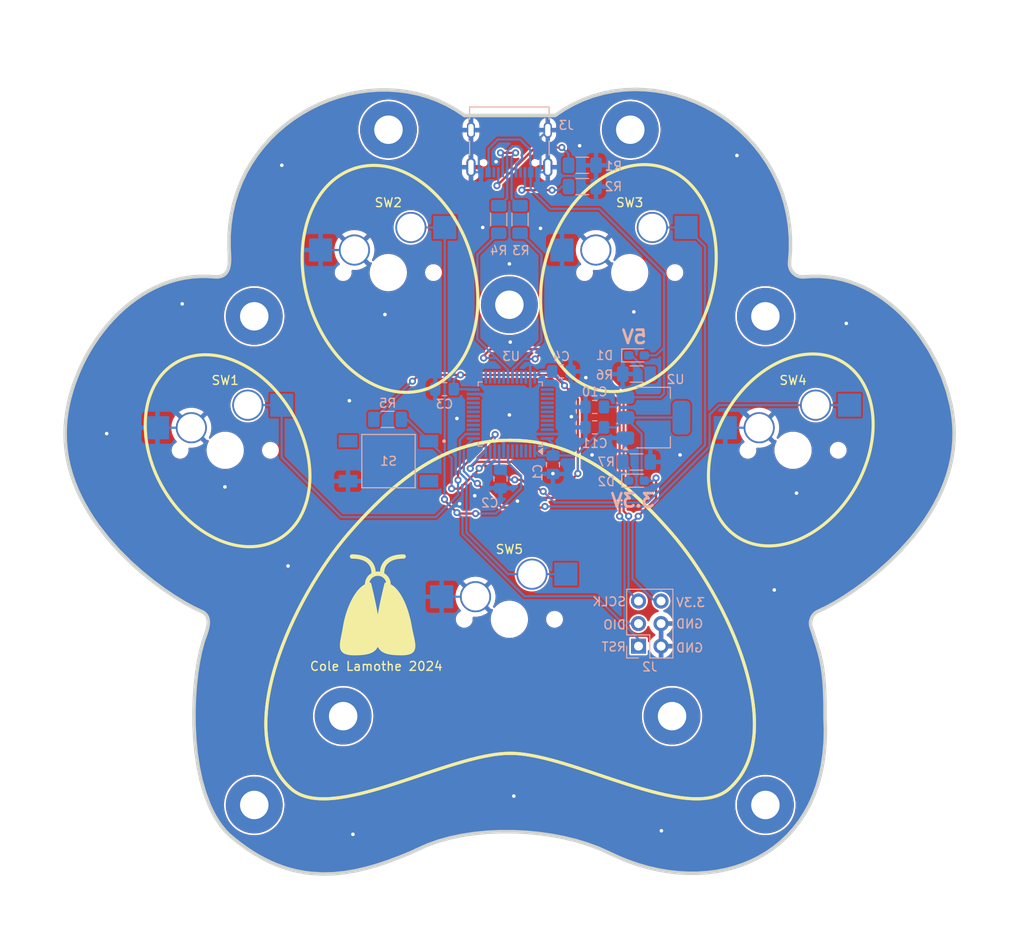
<source format=kicad_pcb>
(kicad_pcb (version 20240108) (generator "pcbnew") (generator_version "8.0")
  (layers (0 "F.Cu" signal) (31 "B.Cu" signal) (34 "B.Paste" user) (35 "F.Paste" user) (36 "B.SilkS" user "B.Silkscreen") (37 "F.SilkS" user "F.Silkscreen") (38 "B.Mask" user) (39 "F.Mask" user) (44 "Edge.Cuts" user))
  (net 0 "")
  (net 1 "3.3V")
  (net 2 "GND")
  (net 3 "5V")
  (net 4 "RESET")
  (net 5 "SW_DIO")
  (net 6 "SW_SCLK")
  (net 9 "Net-(J3-CC1_B)")
  (net 11 "Net-(J3-CC1_A)")
  (net 13 "Net-(J3-D+_A)")
  (net 14 "Net-(J3-D-_A)")
  (net 15 "Net-(U3-PA0)")
  (net 16 "Net-(U3-PA1)")
  (net 17 "Net-(U3-PA2)")
  (net 18 "Net-(U3-PA3)")
  (net 19 "Net-(U3-PA4)")
  (net 51 "Net-(D1-K)")
  (net 52 "Net-(D2-K)")
  (footprint "MountingHole:MountingHole_3.2mm_M3_Pad" (layer "F.Cu") (at 162.3 54)
    (property "Reference" "REF**" (hide yes))
    (property "Value" "MountingHole_3.2mm_M3_Pad" (hide yes))
  )
  (footprint "MountingHole:MountingHole_3.2mm_M3_Pad" (layer "F.Cu") (at 120 130)
    (property "Reference" "REF**" (hide yes))
    (property "Value" "MountingHole_3.2mm_M3_Pad" (hide yes))
  )
  (footprint "MountingHole:MountingHole_3.2mm_M3_Pad" (layer "F.Cu") (at 148.7 73.7)
    (property "Reference" "REF**" (hide yes))
    (property "Value" "MountingHole_3.2mm_M3_Pad" (hide yes))
  )
  (footprint "CustomParts:Keyswitch Socket" (layer "F.Cu") (at 183.15 85)
    (property "Reference" "SW4")
    (property "Value" "SW_Push")
  )
  (footprint "CustomParts:Keyswitch Socket" (layer "F.Cu") (at 137.62 65)
    (property "Reference" "SW2")
    (property "Value" "SW_Push")
  )
  (footprint "CustomParts:Keyswitch Socket" (layer "F.Cu") (at 119.275 85)
    (property "Reference" "SW1")
    (property "Value" "SW_Push")
  )
  (footprint "MountingHole:MountingHole_3.2mm_M3_Pad" (layer "F.Cu") (at 177.5 75)
    (property "Reference" "REF**" (hide yes))
    (property "Value" "MountingHole_3.2mm_M3_Pad" (hide yes))
  )
  (footprint "MountingHole:MountingHole_3.2mm_M3_Pad" (layer "F.Cu") (at 177.5 130)
    (property "Reference" "REF**" (hide yes))
    (property "Value" "MountingHole_3.2mm_M3_Pad" (hide yes))
  )
  (footprint "MountingHole:MountingHole_3.2mm_M3_Pad" (layer "F.Cu") (at 130 120)
    (property "Reference" "REF**" (hide yes))
    (property "Value" "MountingHole_3.2mm_M3_Pad" (hide yes))
  )
  (footprint "CustomParts:Keyswitch Socket" (layer "F.Cu") (at 151.24 104.02)
    (property "Reference" "SW5")
    (property "Value" "SW_Push")
  )
  (footprint "MountingHole:MountingHole_3.2mm_M3_Pad" (layer "F.Cu") (at 167 120)
    (property "Reference" "REF**" (hide yes))
    (property "Value" "MountingHole_3.2mm_M3_Pad" (hide yes))
  )
  (footprint "MountingHole:MountingHole_3.2mm_M3_Pad" (layer "F.Cu") (at 120 75)
    (property "Reference" "REF**" (hide yes))
    (property "Value" "MountingHole_3.2mm_M3_Pad" (hide yes))
  )
  (footprint "CustomParts:Keyswitch Socket" (layer "F.Cu") (at 164.775 65)
    (property "Reference" "SW3")
    (property "Value" "SW_Push")
  )
  (footprint "MountingHole:MountingHole_3.2mm_M3_Pad" (layer "F.Cu") (at 135.1 54)
    (property "Reference" "REF**" (hide yes))
    (property "Value" "MountingHole_3.2mm_M3_Pad" (hide yes))
  )
  (footprint "Package_QFP:LQFP-48_7x7mm_P0.5mm" (layer "B.Cu") (at 148.8 86 90)
    (property "Reference" "U3")
    (property "Value" "STM32F103C8Tx")
  )
  (footprint "Capacitor_SMD:C_0805_2012Metric_Pad1.18x1.45mm_HandSolder" (layer "B.Cu") (at 154.5375 81.2 180)
    (property "Reference" "C4")
    (property "Value" "0.1uF")
  )
  (footprint "Resistor_SMD:R_1206_3216Metric_Pad1.30x1.75mm_HandSolder" (layer "B.Cu") (at 147.5 64.1 -90)
    (property "Reference" "R4")
    (property "Value" "22")
  )
  (footprint "Package_TO_SOT_SMD:SOT-223-3_TabPin2" (layer "B.Cu") (at 164.9 86.4)
    (property "Reference" "U2")
    (property "Value" "AMS1117-3.3")
  )
  (footprint "Resistor_SMD:R_1206_3216Metric_Pad1.30x1.75mm_HandSolder" (layer "B.Cu") (at 156.9 60.4)
    (property "Reference" "R2")
    (property "Value" "5.1k")
  )
  (footprint "Connector_PinHeader_2.54mm:PinHeader_2x03_P2.54mm_Vertical" (layer "B.Cu") (at 163.225 112.125)
    (property "Reference" "J2")
    (property "Value" "Conn_01x06_Pin")
  )
  (footprint "Resistor_SMD:R_1206_3216Metric_Pad1.30x1.75mm_HandSolder" (layer "B.Cu") (at 163 81.5)
    (property "Reference" "R6")
    (property "Value" "330")
  )
  (footprint "Capacitor_SMD:C_0805_2012Metric_Pad1.18x1.45mm_HandSolder" (layer "B.Cu") (at 158.3 87.5 180)
    (property "Reference" "C11")
    (property "Value" "0.1uF")
  )
  (footprint "LED_SMD:LED_0603_1608Metric_Pad1.05x0.95mm_HandSolder" (layer "B.Cu") (at 163 93.5)
    (property "Reference" "D2")
    (property "Value" "LED")
  )
  (footprint "Resistor_SMD:R_1206_3216Metric_Pad1.30x1.75mm_HandSolder" (layer "B.Cu") (at 135 86.6 180)
    (property "Reference" "R5")
    (property "Value" "10K")
  )
  (footprint "LED_SMD:LED_0603_1608Metric_Pad1.05x0.95mm_HandSolder" (layer "B.Cu") (at 163 79.4)
    (property "Reference" "D1")
    (property "Value" "LED")
  )
  (footprint "Resistor_SMD:R_1206_3216Metric_Pad1.30x1.75mm_HandSolder" (layer "B.Cu") (at 156.9 58)
    (property "Reference" "R1")
    (property "Value" "5.1k")
  )
  (footprint "TS04_66_73_BK_100_SMT:SW_TS04-66-73-BK-100-SMT" (layer "B.Cu") (at 135.1 91.3 180)
    (property "Reference" "S1")
    (property "Value" "TS04-66-73-BK-100-SMT")
  )
  (footprint "Capacitor_SMD:C_0805_2012Metric_Pad1.18x1.45mm_HandSolder" (layer "B.Cu") (at 147.7 93.3 90)
    (property "Reference" "C2")
    (property "Value" "0.1uF")
  )
  (footprint "Capacitor_SMD:C_0805_2012Metric_Pad1.18x1.45mm_HandSolder" (layer "B.Cu") (at 141.4 83.2)
    (property "Reference" "C3")
    (property "Value" "0.1uF")
  )
  (footprint "USBC 12402012E212A:USBC_AMPHENOL_12402012E212A" (layer "B.Cu") (at 148.7 54.04)
    (property "Reference" "J3")
    (property "Value" "12402012E212A")
  )
  (footprint "Capacitor_SMD:C_0805_2012Metric_Pad1.18x1.45mm_HandSolder" (layer "B.Cu") (at 158.3 85.2 180)
    (property "Reference" "C10")
    (property "Value" "0.1uF")
  )
  (footprint "Capacitor_SMD:C_0805_2012Metric_Pad1.18x1.45mm_HandSolder" (layer "B.Cu") (at 153.6 91.7 -90)
    (property "Reference" "C1")
    (property "Value" "0.1uF")
  )
  (footprint "Resistor_SMD:R_1206_3216Metric_Pad1.30x1.75mm_HandSolder" (layer "B.Cu") (at 163 91.4 180)
    (property "Reference" "R7")
    (property "Value" "330")
  )
  (footprint "Resistor_SMD:R_1206_3216Metric_Pad1.30x1.75mm_HandSolder" (layer "B.Cu") (at 149.9 64.1 -90)
    (property "Reference" "R3")
    (property "Value" "22")
  )
  (gr_curve (pts (xy 148.7866 88.950265) (xy 148.786664 88.950265) (xy 148.78675 88.950265) (xy 148.786815 88.950265)) (stroke (width 0.35)) (layer "F.SilkS"))
  (gr_curve (pts (xy 139.220969 83.228628) (xy 134.218884 84.816559) (xy 128.395403 80.532906) (xy 126.213839 73.660823)) (stroke (width 0.35)) (layer "F.SilkS"))
  (gr_poly (pts (xy 136.82097 101.789543) (xy 136.833264 101.790477) (xy 136.845378 101.792014) (xy 136.857298 101.79414) (xy 136.869007 101.796839) (xy 136.880491 101.800097) (xy 136.891734 101.803897) (xy 136.902722 101.808226) (xy 136.91344 101.813068) (xy 136.923871 101.818407) (xy 136.934002 101.824229) (xy 136.943816 101.830519) (xy 136.9533 101.83726) (xy 136.962436 101.844439) (xy 136.971212 101.85204) (xy 136.979611 101.860048) (xy 136.987618 101.868447) (xy 136.995218 101.877223) (xy 137.002396 101.88636) (xy 137.009137 101.895844) (xy 137.015425 101.905658) (xy 137.021246 101.915789) (xy 137.026585 101.92622) (xy 137.031426 101.936937) (xy 137.035754 101.947924) (xy 137.039554 101.959167) (xy 137.042811 101.97065) (xy 137.04551 101.982358) (xy 137.047635 101.994276) (xy 137.049172 102.006388) (xy 137.050105 102.01868) (xy 137.05042 102.031137) (xy 137.050105 102.043596) (xy 137.049172 102.05589) (xy 137.047634 102.068005) (xy 137.045509 102.079924) (xy 137.042809 102.091633) (xy 137.039552 102.103117) (xy 137.035751 102.114361) (xy 137.031422 102.125349) (xy 137.02658 102.136066) (xy 137.021241 102.146497) (xy 137.015419 102.156628) (xy 137.00913 102.166442) (xy 137.002388 102.175925) (xy 136.995209 102.185062) (xy 136.987608 102.193838) (xy 136.9796 102.202236) (xy 136.971201 102.210243) (xy 136.962425 102.217844) (xy 136.953288 102.225022) (xy 136.943805 102.231763) (xy 136.93399 102.238051) (xy 136.923859 102.243872) (xy 136.913428 102.249211) (xy 136.902711 102.254052) (xy 136.891724 102.25838) (xy 136.880481 102.26218) (xy 136.868998 102.265437) (xy 136.85729 102.268136) (xy 136.845372 102.270261) (xy 136.833259 102.271798) (xy 136.820967 102.272731) (xy 136.808511 102.273046) (xy 136.651396 102.275447) (xy 136.499871 102.282647) (xy 136.353961 102.294636) (xy 136.213691 102.311408) (xy 136.079086 102.332954) (xy 135.950173 102.359266) (xy 135.826974 102.390336) (xy 135.709518 102.426157) (xy 135.597827 102.466719) (xy 135.491929 102.512017) (xy 135.391847 102.56204) (xy 135.297608 102.616783) (xy 135.209236 102.676235) (xy 135.126757 102.740391) (xy 135.050196 102.809241) (xy 134.979578 102.882778) (xy 134.945485 102.922575) (xy 134.913625 102.962868) (xy 134.883924 103.003561) (xy 134.856309 103.044556) (xy 134.830704 103.085756) (xy 134.807037 103.127065) (xy 134.785232 103.168385) (xy 134.765215 103.20962) (xy 134.746913 103.250671) (xy 134.73025 103.291443) (xy 134.715153 103.331838) (xy 134.701548 103.37176) (xy 134.678516 103.449793) (xy 134.66056 103.524766) (xy 134.647087 103.595904) (xy 134.637502 103.66243) (xy 134.631213 103.723567) (xy 134.627626 103.778541) (xy 134.626147 103.826574) (xy 134.626182 103.86689) (xy 134.628423 103.921267) (xy 134.706811 103.97036) (xy 134.781755 104.024191) (xy 134.853042 104.082549) (xy 134.920462 104.145225) (xy 134.983804 104.212005) (xy 135.042856 104.282681) (xy 135.097407 104.357039) (xy 135.147245 104.43487) (xy 135.19216 104.515962) (xy 135.231939 104.600104) (xy 135.266373 104.687085) (xy 135.295248 104.776694) (xy 135.318355 104.86872) (xy 135.335481 104.962952) (xy 135.346416 105.059179) (xy 135.350948 105.157189) (xy 135.474111 105.229218) (xy 135.594027 105.310825) (xy 135.710703 105.401525) (xy 135.824145 105.500835) (xy 136.041346 105.723349) (xy 136.245678 105.974495) (xy 136.437184 106.250404) (xy 136.615911 106.547204) (xy 136.781905 106.861025) (xy 136.935211 107.187996) (xy 137.075874 107.524246) (xy 137.20394 107.865906) (xy 137.319455 108.209104) (xy 137.422464 108.549969) (xy 137.513014 108.884631) (xy 137.591148 109.20922) (xy 137.656913 109.519864) (xy 137.710355 109.812692) (xy 137.775457 110.16506) (xy 137.847319 110.504903) (xy 137.989879 111.141379) (xy 138.049855 111.435195) (xy 138.095146 111.710852) (xy 138.110609 111.84143) (xy 138.120391 111.966941) (xy 138.123821 112.087207) (xy 138.120229 112.202053) (xy 138.108945 112.311303) (xy 138.089299 112.414781) (xy 138.06062 112.51231) (xy 138.022239 112.603714) (xy 137.973486 112.688818) (xy 137.91369 112.767446) (xy 137.84218 112.839421) (xy 137.758288 112.904567) (xy 137.661342 112.962708) (xy 137.550673 113.013668) (xy 137.425611 113.057272) (xy 137.285485 113.093342) (xy 137.129625 113.121703) (xy 136.957361 113.142179) (xy 136.768023 113.154594) (xy 136.560941 113.158771) (xy 136.283372 113.155966) (xy 136.022766 113.147299) (xy 135.778666 113.132394) (xy 135.550616 113.110877) (xy 135.442467 113.097521) (xy 135.33816 113.08237) (xy 135.237638 113.065378) (xy 135.140843 113.046498) (xy 135.047719 113.025683) (xy 134.958208 113.002885) (xy 134.872255 112.978059) (xy 134.789801 112.951156) (xy 134.710789 112.922129) (xy 134.635164 112.890933) (xy 134.562867 112.857519) (xy 134.493842 112.821842) (xy 134.428032 112.783853) (xy 134.36538 112.743506) (xy 134.305828 112.700754) (xy 134.249321 112.655549) (xy 134.1958 112.607846) (xy 134.145209 112.557597) (xy 134.097491 112.504754) (xy 134.052589 112.449271) (xy 134.010446 112.391102) (xy 133.971004 112.330198) (xy 133.934208 112.266513) (xy 133.9 112.2) (xy 133.829 112.330198) (xy 133.74742 112.449271) (xy 133.654803 112.557597) (xy 133.550694 112.655549) (xy 133.434638 112.743506) (xy 133.306177 112.821842) (xy 133.164856 112.890933) (xy 133.010219 112.951156) (xy 132.841811 113.002885) (xy 132.659176 113.046498) (xy 132.461857 113.08237) (xy 132.249399 113.110877) (xy 132.021347 113.132394) (xy 131.777243 113.147299) (xy 131.516632 113.155966) (xy 131.239059 113.158771) (xy 131.031771 113.154674) (xy 130.841828 113.142497) (xy 130.668583 113.122412) (xy 130.511384 113.094591) (xy 130.369583 113.059207) (xy 130.24253 113.016432) (xy 130.129576 112.966437) (xy 130.030071 112.909395) (xy 129.943366 112.845477) (xy 129.868811 112.774857) (xy 129.805757 112.697705) (xy 129.753555 112.614194) (xy 129.711555 112.524496) (xy 129.679107 112.428783) (xy 129.655563 112.327228) (xy 129.640272 112.220002) (xy 129.632585 112.107277) (xy 129.631854 111.989225) (xy 129.648657 111.737831) (xy 129.685486 111.467195) (xy 129.737145 111.178695) (xy 129.864172 110.553606) (xy 129.929148 110.21977) (xy 129.988172 109.873577) (xy 130.041318 109.568451) (xy 130.109239 109.247256) (xy 130.191644 108.913731) (xy 130.288244 108.571616) (xy 130.398748 108.224649) (xy 130.522866 107.876569) (xy 130.660309 107.531117) (xy 130.810787 107.192029) (xy 130.974009 106.863047) (xy 131.149685 106.547909) (xy 131.337526 106.250353) (xy 131.537242 105.97412) (xy 131.641462 105.845168) (xy 131.748542 105.722948) (xy 131.858446 105.607928) (xy 131.971137 105.500576) (xy 132.086579 105.401359) (xy 132.204736 105.310743) (xy 132.325572 105.229198) (xy 132.44905 105.157189) (xy 132.450516 105.107751) (xy 132.453623 105.058736) (xy 132.458345 105.010171) (xy 132.464656 104.962083) (xy 132.46877 104.937214) (xy 132.963401 104.937214) (xy 132.972142 104.938471) (xy 132.980853 104.93996) (xy 132.989523 104.941712) (xy 132.998141 104.943759) (xy 133.006694 104.946133) (xy 133.010943 104.947452) (xy 133.015171 104.948864) (xy 133.019377 104.950373) (xy 133.02356 104.951984) (xy 133.027718 104.953699) (xy 133.031849 104.955524) (xy 133.044259 104.96153) (xy 133.056234 104.968193) (xy 133.067753 104.975488) (xy 133.078798 104.98339) (xy 133.089348 104.991874) (xy 133.099382 105.000917) (xy 133.108881 105.010493) (xy 133.117825 105.020578) (xy 133.126193 105.031147) (xy 133.133966 105.042176) (xy 133.141123 105.05364) (xy 133.147644 105.065515) (xy 133.15351 105.077776) (xy 133.1587 105.090398) (xy 133.163194 105.103357) (xy 133.166972 105.116628) (xy 133.438431 106.261084) (xy 133.671086 107.34091) (xy 133.789232 107.939975) (xy 133.900053 108.552667) (xy 134.010871 107.939975) (xy 134.129011 107.340909) (xy 134.248071 106.774827) (xy 134.361648 106.261084) (xy 134.546744 105.46804) (xy 134.63308 105.116628) (xy 134.636853 105.103357) (xy 134.641343 105.090398) (xy 134.646529 105.077776) (xy 134.652392 105.065515) (xy 134.658911 105.05364) (xy 134.666067 105.042176) (xy 134.673838 105.031147) (xy 134.682206 105.020578) (xy 134.69115 105.010493) (xy 134.70065 105.000917) (xy 134.710686 104.991874) (xy 134.721238 104.98339) (xy 134.732286 104.975488) (xy 134.743809 104.968193) (xy 134.755788 104.96153) (xy 134.768203 104.955524) (xy 134.772334 104.953699) (xy 134.776492 104.951984) (xy 134.780675 104.950373) (xy 134.784881 104.948864) (xy 134.789109 104.947452) (xy 134.793358 104.946133) (xy 134.801911 104.943759) (xy 134.810529 104.941712) (xy 134.819199 104.93996) (xy 134.82791 104.938471) (xy 134.836651 104.937214) (xy 134.825858 104.89832) (xy 134.813508 104.860094) (xy 134.78428 104.785795) (xy 134.74926 104.714615) (xy 134.708739 104.646851) (xy 134.663012 104.5828) (xy 134.612369 104.52276) (xy 134.557105 104.467027) (xy 134.497511 104.415899) (xy 134.433881 104.369673) (xy 134.366507 104.328647) (xy 134.295681 104.293117) (xy 134.221697 104.26338) (xy 134.183611 104.250777) (xy 134.144846 104.239734) (xy 134.105438 104.230288) (xy 134.065423 104.222476) (xy 134.024837 104.216336) (xy 133.983718 104.211904) (xy 133.942102 104.209217) (xy 133.900026 104.208314) (xy 133.857947 104.209217) (xy 133.816329 104.211904) (xy 133.775208 104.216336) (xy 133.73462 104.222476) (xy 133.694603 104.230288) (xy 133.655193 104.239734) (xy 133.616427 104.250777) (xy 133.57834 104.26338) (xy 133.54097 104.277506) (xy 133.504354 104.293117) (xy 133.468527 104.310176) (xy 133.433526 104.328647) (xy 133.399389 104.348492) (xy 133.366151 104.369673) (xy 133.33385 104.392155) (xy 133.302521 104.415899) (xy 133.272201 104.440869) (xy 133.242927 104.467027) (xy 133.214736 104.494336) (xy 133.187664 104.52276) (xy 133.161748 104.55226) (xy 133.137023 104.5828) (xy 133.113528 104.614342) (xy 133.091298 104.646851) (xy 133.07037 104.680287) (xy 133.05078 104.714615) (xy 133.032566 104.749796) (xy 133.015763 104.785795) (xy 133.000409 104.822573) (xy 132.986539 104.860094) (xy 132.974191 104.89832) (xy 132.963401 104.937214) (xy 132.46877 104.937214) (xy 132.472528 104.914499) (xy 132.481936 104.867446) (xy 132.492851 104.82095) (xy 132.505248 104.775039) (xy 132.519099 104.729738) (xy 132.534378 104.685074) (xy 132.551058 104.641075) (xy 132.569112 104.597767) (xy 132.588513 104.555177) (xy 132.609235 104.513331) (xy 132.63125 104.472256) (xy 132.654533 104.43198) (xy 132.679055 104.392528) (xy 132.704791 104.353928) (xy 132.731713 104.316206) (xy 132.759795 104.279389) (xy 132.789009 104.243503) (xy 132.81933 104.208577) (xy 132.85073 104.174635) (xy 132.883182 104.141705) (xy 132.91666 104.109814) (xy 132.951137 104.078989) (xy 132.986586 104.049256) (xy 133.022981 104.020641) (xy 133.060294 103.993172) (xy 133.098498 103.966876) (xy 133.137568 103.941779) (xy 133.177475 103.917908) (xy 133.179585 103.861011) (xy 133.177718 103.771397) (xy 133.173859 103.716197) (xy 133.167286 103.655068) (xy 133.157424 103.588761) (xy 133.143701 103.518026) (xy 133.125542 103.443614) (xy 133.102376 103.366274) (xy 133.073627 103.286757) (xy 133.038722 103.205813) (xy 132.997089 103.124193) (xy 132.948154 103.042647) (xy 132.891342 102.961926) (xy 132.859804 102.922108) (xy 132.826082 102.882778) (xy 132.755464 102.809241) (xy 132.678903 102.740391) (xy 132.596424 102.676236) (xy 132.508053 102.616783) (xy 132.413813 102.562041) (xy 132.313732 102.512017) (xy 132.207833 102.46672) (xy 132.096143 102.426157) (xy 131.978686 102.390337) (xy 131.855488 102.359266) (xy 131.726574 102.332954) (xy 131.591969 102.311408) (xy 131.451699 102.294637) (xy 131.305789 102.282647) (xy 131.154264 102.275448) (xy 130.99715 102.273046) (xy 130.984691 102.272732) (xy 130.972396 102.271798) (xy 130.960282 102.270261) (xy 130.948363 102.268136) (xy 130.936654 102.265437) (xy 130.92517 102.26218) (xy 130.913926 102.25838) (xy 130.902938 102.254052) (xy 130.892221 102.249211) (xy 130.881789 102.243873) (xy 130.871659 102.238052) (xy 130.861844 102.231763) (xy 130.852361 102.225022) (xy 130.843224 102.217844) (xy 130.834449 102.210244) (xy 130.82605 102.202237) (xy 130.818043 102.193838) (xy 130.810443 102.185063) (xy 130.803265 102.175926) (xy 130.796524 102.166443) (xy 130.790235 102.156628) (xy 130.784414 102.146498) (xy 130.779076 102.136066) (xy 130.774235 102.125349) (xy 130.769907 102.114361) (xy 130.766107 102.103118) (xy 130.76285 102.091634) (xy 130.760151 102.079924) (xy 130.758026 102.068005) (xy 130.756489 102.055891) (xy 130.755555 102.043596) (xy 130.755241 102.031137) (xy 130.755555 102.018679) (xy 130.756489 102.006384) (xy 130.758026 101.99427) (xy 130.760152 101.982351) (xy 130.762851 101.970641) (xy 130.766109 101.959158) (xy 130.76991 101.947914) (xy 130.774239 101.936926) (xy 130.77908 101.926209) (xy 130.78442 101.915777) (xy 130.790242 101.905647) (xy 130.796531 101.895832) (xy 130.803273 101.886349) (xy 130.810452 101.877212) (xy 130.818053 101.868437) (xy 130.82606 101.860038) (xy 130.83446 101.852031) (xy 130.843235 101.844431) (xy 130.852373 101.837253) (xy 130.861856 101.830512) (xy 130.871671 101.824223) (xy 130.881801 101.818402) (xy 130.892232 101.813064) (xy 130.902949 101.808223) (xy 130.913937 101.803895) (xy 130.92518 101.800095) (xy 130.936662 101.796838) (xy 130.94837 101.794139) (xy 130.960288 101.792014) (xy 130.972401 101.790477) (xy 130.984693 101.789543) (xy 130.99715 101.789229) (xy 131.181828 101.792297) (xy 131.360321 101.801495) (xy 131.532599 101.816811) (xy 131.698633 101.838234) (xy 131.858395 101.865753) (xy 132.011854 101.899357) (xy 132.158982 101.939035) (xy 132.29975 101.984776) (xy 132.434128 102.036568) (xy 132.562088 102.094402) (xy 132.6836 102.158264) (xy 132.798636 102.228145) (xy 132.907166 102.304034) (xy 133.009161 102.385919) (xy 133.104592 102.473789) (xy 133.19343 102.567633) (xy 133.259057 102.646321) (xy 133.318388 102.726047) (xy 133.371734 102.806443) (xy 133.419402 102.887138) (xy 133.461702 102.967764) (xy 133.498942 103.047953) (xy 133.531432 103.127333) (xy 133.559481 103.205537) (xy 133.583397 103.282195) (xy 133.603489 103.356937) (xy 133.620067 103.429396) (xy 133.63344 103.4992) (xy 133.643915 103.565982) (xy 133.651804 103.629372) (xy 133.657413 103.689001) (xy 133.661053 103.7445) (xy 133.690316 103.739924) (xy 133.719761 103.735912) (xy 133.749382 103.732477) (xy 133.779177 103.729633) (xy 133.80914 103.727396) (xy 133.839268 103.725781) (xy 133.869556 103.7248) (xy 133.899999 103.724471) (xy 133.931181 103.724818) (xy 133.962195 103.725848) (xy 133.99304 103.727547) (xy 134.023712 103.729898) (xy 134.054207 103.732885) (xy 134.084524 103.736492) (xy 134.114657 103.740704) (xy 134.144606 103.745505) (xy 134.153787 103.630392) (xy 134.161642 103.566985) (xy 134.172087 103.500171) (xy 134.185431 103.430322) (xy 134.201985 103.357808) (xy 134.222059 103.283) (xy 134.245962 103.206267) (xy 134.274004 103.127982) (xy 134.306496 103.048514) (xy 134.343746 102.968235) (xy 134.386066 102.887514) (xy 134.433764 102.806723) (xy 134.487151 102.726232) (xy 134.546537 102.646412) (xy 134.612231 102.567633) (xy 134.701069 102.473789) (xy 134.7965 102.385918) (xy 134.898495 102.304034) (xy 135.007025 102.228145) (xy 135.12206 102.158264) (xy 135.243573 102.094401) (xy 135.371532 102.036568) (xy 135.505911 101.984776) (xy 135.646679 101.939035) (xy 135.793807 101.899357) (xy 135.947266 101.865753) (xy 136.107027 101.838234) (xy 136.273061 101.816811) (xy 136.445339 101.801495) (xy 136.623832 101.792297) (xy 136.808511 101.789229)) (stroke (width -0.000001)) (fill solid) (layer "F.SilkS"))
  (gr_curve (pts (xy 148.786815 88.950265) (xy 155.338439 88.950394) (xy 160.708439 92.243259) (xy 166.940703 99.416271)) (stroke (width 0.35)) (layer "F.SilkS"))
  (gr_curve (pts (xy 122.746264 100.080227) (xy 118.732577 102.397506) (xy 112.906619 99.82079) (xy 109.7336 94.324958)) (stroke (width 0.35)) (layer "F.SilkS"))
  (gr_curve (pts (xy 166.940703 99.416271) (xy 173.173117 106.589412) (xy 180.385468 122.033237) (xy 173.40831 128.187254)) (stroke (width 0.35)) (layer "F.SilkS"))
  (gr_curve (pts (xy 166.036882 58.255583) (xy 171.038945 59.843493) (xy 173.325433 66.701687) (xy 171.143891 73.57377)) (stroke (width 0.35)) (layer "F.SilkS"))
  (gr_curve (pts (xy 158.136761 83.141575) (xy 153.134676 81.553666) (xy 150.848188 74.695471) (xy 153.029752 67.823389)) (stroke (width 0.35)) (layer "F.SilkS"))
  (gr_curve (pts (xy 148.786815 88.950265) (xy 148.78675 88.950265) (xy 148.786664 88.950265) (xy 148.7866 88.950265)) (stroke (width 0.35)) (layer "F.SilkS"))
  (gr_curve (pts (xy 124.268393 85.933287) (xy 127.441412 91.429118) (xy 126.75993 97.762927) (xy 122.746264 100.080227)) (stroke (width 0.35)) (layer "F.SilkS"))
  (gr_curve (pts (xy 173.089315 85.846234) (xy 176.262356 80.350402) (xy 182.088314 77.773686) (xy 186.102001 80.090986)) (stroke (width 0.35)) (layer "F.SilkS"))
  (gr_curve (pts (xy 111.255729 80.178039) (xy 115.269416 77.860739) (xy 121.095374 80.437455) (xy 124.268393 85.933287)) (stroke (width 0.35)) (layer "F.SilkS"))
  (gr_curve (pts (xy 131.320848 58.342637) (xy 136.322933 56.754706) (xy 142.146415 61.038359) (xy 144.327979 67.910442)) (stroke (width 0.35)) (layer "F.SilkS"))
  (gr_curve (pts (xy 148.7866 124.188854) (xy 155.691841 124.15576) (xy 168.866296 132.193383) (xy 173.40831 128.187254)) (stroke (width 0.35)) (layer "F.SilkS"))
  (gr_curve (pts (xy 109.7336 94.324958) (xy 106.560581 88.829126) (xy 107.242064 82.49534) (xy 111.255729 80.178039)) (stroke (width 0.35)) (layer "F.SilkS"))
  (gr_curve (pts (xy 144.327979 67.910442) (xy 146.509542 74.782525) (xy 144.223054 81.640719) (xy 139.220969 83.228628)) (stroke (width 0.35)) (layer "F.SilkS"))
  (gr_curve (pts (xy 130.632497 99.416271) (xy 136.864761 92.243259) (xy 142.23476 88.950394) (xy 148.786384 88.950265)) (stroke (width 0.35)) (layer "F.SilkS"))
  (gr_curve (pts (xy 124.16489 128.187254) (xy 117.187732 122.033237) (xy 124.400082 106.589412) (xy 130.632497 99.416271)) (stroke (width 0.35)) (layer "F.SilkS"))
  (gr_curve (pts (xy 174.611466 99.993152) (xy 170.597779 97.675873) (xy 169.916296 91.342065) (xy 173.089315 85.846234)) (stroke (width 0.35)) (layer "F.SilkS"))
  (gr_curve (pts (xy 130.632497 99.416271) (xy 124.400082 106.589412) (xy 117.187732 122.033237) (xy 124.16489 128.187254)) (stroke (width 0.35)) (layer "F.SilkS"))
  (gr_curve (pts (xy 153.029752 67.823389) (xy 155.211294 60.951306) (xy 161.034797 56.667653) (xy 166.036882 58.255583)) (stroke (width 0.35)) (layer "F.SilkS"))
  (gr_curve (pts (xy 171.143891 73.57377) (xy 168.962328 80.445853) (xy 163.138824 84.729506) (xy 158.136761 83.141575)) (stroke (width 0.35)) (layer "F.SilkS"))
  (gr_curve (pts (xy 187.62413 94.237905) (xy 184.451111 99.733736) (xy 178.625132 102.310453) (xy 174.611466 99.993152)) (stroke (width 0.35)) (layer "F.SilkS"))
  (gr_curve (pts (xy 173.40831 128.187254) (xy 180.385468 122.033237) (xy 173.173117 106.589412) (xy 166.940703 99.416271)) (stroke (width 0.35)) (layer "F.SilkS"))
  (gr_curve (pts (xy 166.940703 99.416271) (xy 160.708439 92.243259) (xy 155.338439 88.950394) (xy 148.786815 88.950265)) (stroke (width 0.35)) (layer "F.SilkS"))
  (gr_curve (pts (xy 148.786384 88.950265) (xy 142.23476 88.950394) (xy 136.864761 92.243259) (xy 130.632497 99.416271)) (stroke (width 0.35)) (layer "F.SilkS"))
  (gr_curve (pts (xy 173.40831 128.187254) (xy 168.866296 132.193383) (xy 155.691841 124.15576) (xy 148.7866 124.188854)) (stroke (width 0.35)) (layer "F.SilkS"))
  (gr_curve (pts (xy 148.786384 88.950265) (xy 148.786449 88.950265) (xy 148.786535 88.950265) (xy 148.7866 88.950265)) (stroke (width 0.35)) (layer "F.SilkS"))
  (gr_curve (pts (xy 148.7866 88.950265) (xy 148.786535 88.950265) (xy 148.786449 88.950265) (xy 148.786384 88.950265)) (stroke (width 0.35)) (layer "F.SilkS"))
  (gr_curve (pts (xy 124.16489 128.187254) (xy 128.706904 132.193383) (xy 141.881358 124.15576) (xy 148.7866 124.188854)) (stroke (width 0.35)) (layer "F.SilkS"))
  (gr_curve (pts (xy 126.213839 73.660823) (xy 124.032275 66.78874) (xy 126.318764 59.930567) (xy 131.320848 58.342637)) (stroke (width 0.35)) (layer "F.SilkS"))
  (gr_curve (pts (xy 186.102001 80.090986) (xy 190.115666 82.408287) (xy 190.797149 88.742073) (xy 187.62413 94.237905)) (stroke (width 0.35)) (layer "F.SilkS"))
  (gr_curve (pts (xy 148.7866 124.188854) (xy 141.881358 124.15576) (xy 128.706904 132.193383) (xy 124.16489 128.187254)) (stroke (width 0.35)) (layer "F.SilkS"))
  (gr_poly (pts (xy 163.959089 49.494787) (xy 165.121617 49.612337) (xy 166.27485 49.810386) (xy 167.414197 50.086898) (xy 168.535068 50.439834) (xy 169.632871 50.867158) (xy 170.703017 51.366831) (xy 171.740913 51.936816) (xy 172.74197 52.575076) (xy 173.701597 53.279573) (xy 174.615201 54.048269) (xy 175.478194 54.879127) (xy 176.285984 55.770109) (xy 177.033979 56.719178) (xy 177.71759 57.724296) (xy 178.332226 58.783425) (xy 178.873295 59.894529) (xy 179.336207 61.055569) (xy 179.716371 62.264508) (xy 180.009196 63.519309) (xy 180.210092 64.817933) (xy 180.314467 66.158343) (xy 180.31773 67.538503) (xy 180.215292 68.956373) (xy 180.210313 69.042732) (xy 180.210269 69.127997) (xy 180.215029 69.212044) (xy 180.22446 69.294748) (xy 180.23843 69.375985) (xy 180.256805 69.455632) (xy 180.279453 69.533563) (xy 180.306242 69.609655) (xy 180.337039 69.683784) (xy 180.371712 69.755826) (xy 180.410128 69.825656) (xy 180.452154 69.89315) (xy 180.497659 69.958185) (xy 180.546508 70.020635) (xy 180.598571 70.080377) (xy 180.653713 70.137287) (xy 180.711804 70.191241) (xy 180.772709 70.242113) (xy 180.836297 70.289781) (xy 180.902435 70.334121) (xy 180.970991 70.375007) (xy 181.041832 70.412316) (xy 181.114824 70.445923) (xy 181.189837 70.475705) (xy 181.266737 70.501538) (xy 181.345392 70.523296) (xy 181.425669 70.540857) (xy 181.507435 70.554095) (xy 181.590559 70.562888) (xy 181.674907 70.56711) (xy 181.760347 70.566637) (xy 181.846746 70.561346) (xy 182.751367 70.499913) (xy 183.639835 70.503509) (xy 184.511334 70.56957) (xy 185.365046 70.695527) (xy 186.200151 70.878814) (xy 187.015832 71.116865) (xy 187.811271 71.407112) (xy 188.585649 71.746988) (xy 189.338148 72.133928) (xy 190.06795 72.565363) (xy 190.774237 73.038728) (xy 191.45619 73.551456) (xy 192.112992 74.100979) (xy 192.743824 74.684732) (xy 193.347867 75.300146) (xy 193.924305 75.944656) (xy 194.472318 76.615695) (xy 194.991088 77.310696) (xy 195.937628 78.762316) (xy 196.757378 80.278983) (xy 197.443794 81.840162) (xy 197.990329 83.425318) (xy 198.390438 85.013919) (xy 198.533537 85.803094) (xy 198.637575 86.585429) (xy 198.701734 87.358358) (xy 198.725195 88.119314) (xy 198.703591 89.084433) (xy 198.618954 90.034302) (xy 198.474649 90.968267) (xy 198.274042 91.885669) (xy 198.020498 92.785854) (xy 197.717384 93.668165) (xy 197.368064 94.531946) (xy 196.975906 95.376541) (xy 196.544274 96.201294) (xy 196.076534 97.005549) (xy 195.576051 97.788649) (xy 195.046193 98.549938) (xy 194.490323 99.28876) (xy 193.911809 100.00446) (xy 192.700308 101.363865) (xy 191.438615 102.622905) (xy 190.153656 103.77633) (xy 188.872357 104.818891) (xy 187.621643 105.745339) (xy 186.428441 106.550425) (xy 185.319675 107.2289) (xy 184.322271 107.775514) (xy 183.463156 108.185019) (xy 183.463156 108.184431) (xy 183.396181 108.215528) (xy 183.331501 108.249582) (xy 183.269161 108.286479) (xy 183.209204 108.326105) (xy 183.151674 108.368345) (xy 183.096615 108.413086) (xy 183.044071 108.460213) (xy 182.994086 108.509613) (xy 182.946703 108.56117) (xy 182.901967 108.614771) (xy 182.859921 108.670301) (xy 182.82061 108.727647) (xy 182.784077 108.786693) (xy 182.750366 108.847327) (xy 182.719521 108.909433) (xy 182.691585 108.972899) (xy 182.666604 109.037608) (xy 182.644621 109.103447) (xy 182.625678 109.170303) (xy 182.609822 109.23806) (xy 182.597094 109.306605) (xy 182.58754 109.375824) (xy 182.581204 109.445601) (xy 182.578128 109.515824) (xy 182.578357 109.586377) (xy 182.581934 109.657147) (xy 182.588905 109.72802) (xy 182.599312 109.798881) (xy 182.613199 109.869616) (xy 182.630611 109.940111) (xy 182.651591 110.010251) (xy 182.676184 110.079924) (xy 183.349376 112.154278) (xy 183.618263 113.111095) (xy 183.734905 113.602458) (xy 183.839346 114.115047) (xy 183.931337 114.658301) (xy 184.010627 115.241663) (xy 184.076968 115.874574) (xy 184.130108 116.566476) (xy 184.1698 117.326809) (xy 184.195792 118.165016) (xy 184.207835 119.090537) (xy 184.205679 120.112814) (xy 184.251882 121.558259) (xy 184.216676 122.942955) (xy 184.103003 124.26673) (xy 183.913799 125.529413) (xy 183.652006 126.730833) (xy 183.320562 127.870819) (xy 182.922405 128.949198) (xy 182.460477 129.965801) (xy 181.937715 130.920455) (xy 181.357058 131.81299) (xy 180.721447 132.643234) (xy 180.033821 133.411016) (xy 179.297117 134.116164) (xy 178.514277 134.758507) (xy 177.688239 135.337875) (xy 176.821941 135.854095) (xy 175.918325 136.306997) (xy 174.980327 136.69641) (xy 174.010889 137.022161) (xy 173.012949 137.284079) (xy 171.989446 137.481994) (xy 170.943319 137.615735) (xy 169.877508 137.685129) (xy 168.794953 137.690006) (xy 167.698591 137.630194) (xy 166.591363 137.505522) (xy 165.476207 137.315818) (xy 164.356063 137.060913) (xy 163.23387 136.740633) (xy 162.112568 136.354809) (xy 160.995094 135.903268) (xy 159.88439 135.38584) (xy 158.730791 134.867641) (xy 157.49864 134.410312) (xy 156.199316 134.014944) (xy 154.844197 133.682629) (xy 153.444665 133.414458) (xy 152.012098 133.211525) (xy 150.557876 133.07492) (xy 149.093379 133.005735) (xy 147.629986 133.005063) (xy 146.179076 133.073995) (xy 144.75203 133.213622) (xy 143.360226 133.425037) (xy 142.015045 133.709332) (xy 140.727865 134.067598) (xy 139.510067 134.500928) (xy 138.37303 135.010412) (xy 137.566626 135.385931) (xy 136.346684 135.881991) (xy 135.122351 136.341759) (xy 133.892876 136.755107) (xy 132.657506 137.11191) (xy 131.415488 137.402039) (xy 130.16607 137.615367) (xy 128.908499 137.741768) (xy 127.642024 137.771114) (xy 126.365891 137.693278) (xy 125.723968 137.611003) (xy 125.079349 137.498133) (xy 124.431939 137.353405) (xy 123.781644 137.175552) (xy 123.128371 136.963308) (xy 122.472025 136.715408) (xy 121.812513 136.430584) (xy 121.149739 136.107572) (xy 120.483611 135.745106) (xy 119.814034 135.341919) (xy 119.140914 134.896747) (xy 118.464157 134.408322) (xy 117.783669 133.875379) (xy 117.099356 133.296652) (xy 116.664191 132.831238) (xy 116.259092 132.326129) (xy 115.883279 131.783956) (xy 115.53597 131.20735) (xy 115.216382 130.598943) (xy 114.923735 129.961365) (xy 114.416137 128.609222) (xy 114.006924 127.171973) (xy 113.689842 125.670667) (xy 113.458642 124.126354) (xy 113.307069 122.560083) (xy 113.228872 120.992906) (xy 113.2178 119.445871) (xy 113.2676 117.940028) (xy 113.37202 116.496428) (xy 113.524808 115.136119) (xy 113.719711 113.880154) (xy 113.950479 112.74958) (xy 114.210859 111.765448) (xy 114.268671 111.575338) (xy 114.341233 111.363868) (xy 114.509767 110.891303) (xy 114.595318 110.637441) (xy 114.674779 110.376679) (xy 114.742939 110.112633) (xy 114.794588 109.848919) (xy 114.812593 109.718316) (xy 114.824516 109.589152) (xy 114.829707 109.461879) (xy 114.827514 109.336948) (xy 114.817285 109.214812) (xy 114.79837 109.095923) (xy 114.770117 108.980732) (xy 114.731875 108.869692) (xy 114.682993 108.763254) (xy 114.622819 108.66187) (xy 114.550702 108.565993) (xy 114.465991 108.476074) (xy 114.368034 108.392565) (xy 114.256181 108.315918) (xy 114.12978 108.246585) (xy 113.98818 108.185019) (xy 113.129067 107.775514) (xy 112.131665 107.2289) (xy 111.0229 106.550425) (xy 109.829699 105.74534) (xy 108.578986 104.818892) (xy 107.297688 103.776331) (xy 106.01273 102.622907) (xy 104.751039 101.363869) (xy 103.539541 100.004465) (xy 102.40516 98.549945) (xy 101.875304 97.788657) (xy 101.374824 97.005559) (xy 100.907087 96.201306) (xy 100.475458 95.376554) (xy 100.083303 94.531961) (xy 99.733987 93.668182) (xy 99.430877 92.785872) (xy 99.177339 91.88569) (xy 98.976737 90.968289) (xy 98.832437 90.034328) (xy 98.747806 89.084461) (xy 98.72621 88.119345) (xy 98.749434 87.358233) (xy 98.813404 86.585182) (xy 98.917299 85.802756) (xy 99.060296 85.013518) (xy 99.241576 84.220033) (xy 99.460314 83.424867) (xy 99.715692 82.630583) (xy 100.006885 81.839745) (xy 100.333074 81.054919) (xy 100.693435 80.278668) (xy 101.087149 79.513558) (xy 101.513393 78.762152) (xy 101.971345 78.027015) (xy 102.460184 77.310711) (xy 102.979088 76.615805) (xy 103.527236 75.944861) (xy 104.103806 75.300445) (xy 104.707976 74.685119) (xy 105.338926 74.101448) (xy 105.995832 73.551998) (xy 106.677874 73.039333) (xy 107.38423 72.566016) (xy 108.114079 72.134613) (xy 108.866598 71.747687) (xy 109.640966 71.407804) (xy 110.436362 71.117527) (xy 111.251964 70.879421) (xy 112.086951 70.696052) (xy 112.9405 70.569982) (xy 113.81179 70.503776) (xy 114.7 70.5) (xy 115.604307 70.561216) (xy 115.776926 70.565328) (xy 115.937194 70.557277) (xy 116.085545 70.537601) (xy 116.222418 70.506833) (xy 116.348248 70.46551) (xy 116.463471 70.414165) (xy 116.568524 70.353336) (xy 116.663844 70.283556) (xy 116.749866 70.205362) (xy 116.827027 70.119288) (xy 116.895764 70.025869) (xy 116.956512 69.925642) (xy 117.009708 69.81914) (xy 117.055789 69.7069) (xy 117.095191 69.589457) (xy 117.128349 69.467345) (xy 117.177684 69.211258) (xy 117.207283 68.942922) (xy 117.220638 68.666618) (xy 117.221239 68.386628) (xy 117.198146 67.832719) (xy 117.16593 67.315451) (xy 117.166565 65.969403) (xy 117.263808 64.664448) (xy 117.453333 63.402151) (xy 117.730813 62.18408) (xy 118.091922 61.011802) (xy 118.532336 59.886884) (xy 119.047727 58.810892) (xy 119.633769 57.785394) (xy 120.286138 56.811956) (xy 121.000507 55.892146) (xy 121.77255 55.02753) (xy 122.597941 54.219676) (xy 123.472353 53.47015) (xy 124.391463 52.780518) (xy 125.350942 52.152349) (xy 126.346466 51.587209) (xy 127.373708 51.086665) (xy 128.428343 50.652284) (xy 129.506044 50.285632) (xy 130.602486 49.988278) (xy 131.713343 49.761787) (xy 132.834288 49.607726) (xy 133.960996 49.527663) (xy 135.089141 49.523165) (xy 136.214397 49.595798) (xy 137.332438 49.747129) (xy 138.438938 49.978725) (xy 139.529572 50.292154) (xy 140.600012 50.688982) (xy 141.645934 51.170775) (xy 142.663011 51.739102) (xy 143.646917 52.395529) (xy 153.835562 52.395529) (xy 154.875155 51.69689) (xy 155.946771 51.097089) (xy 157.045819 50.594088) (xy 158.167708 50.18585) (xy 159.307847 49.870338) (xy 160.461646 49.645512) (xy 161.624513 49.509337) (xy 162.791857 49.459775)) (stroke (width 0.4) (color 0 191 255 1)) (fill none) (layer "Edge.Cuts"))
  (gr_text "3.3V" (at 165.2 96.6 0) (layer "B.SilkS") (effects (font (size 1.5 1.5) (thickness 0.3) (bold yes)) (justify left bottom mirror)))
  (gr_text "GND" (at 170.6 110.2 0) (layer "B.SilkS") (effects (font (size 1 1)) (justify left bottom mirror)))
  (gr_text "3.3V" (at 170.8 107.8 0) (layer "B.SilkS") (effects (font (size 1 1)) (justify left bottom mirror)))
  (gr_text "SCLK" (at 161.9 107.7 0) (layer "B.SilkS") (effects (font (size 1 1)) (justify left bottom mirror)))
  (gr_text "DIO" (at 161.895 110.3 0) (layer "B.SilkS") (effects (font (size 1 1)) (justify left bottom mirror)))
  (gr_text "RST" (at 161.895 112.79 0) (layer "B.SilkS") (effects (font (size 1 1)) (justify left bottom mirror)))
  (gr_text "5V" (at 164.3 78.2 0) (layer "B.SilkS") (effects (font (size 1.5 1.5) (thickness 0.3) (bold yes)) (justify left bottom mirror)))
  (gr_text "GND" (at 170.6 112.9 0) (layer "B.SilkS") (effects (font (size 1 1)) (justify left bottom mirror)))
  (gr_text "Cole Lamothe 2024" (at 126.177837 114.974 0) (layer "F.SilkS") (effects (font (size 1 1)) (justify left bottom)))
  (segment (start 150.1 93.4) (end 149.3 93.4) (width 0.25) (layer "F.Cu") (net 1))
  (segment (start 156.4 92.7) (end 153.675 95.425) (width 0.25) (layer "F.Cu") (net 1))
  (segment (start 138.5 81.6) (end 143.2 81.6) (width 0.25) (layer "F.Cu") (net 1))
  (segment (start 153.675 95.425) (end 152.125 95.425) (width 0.25) (layer "F.Cu") (net 1))
  (segment (start 156.4 84.3) (end 154.9 82.8) (width 0.25) (layer "F.Cu") (net 1))
  (segment (start 156.4 92.7) (end 156.4 84.3) (width 0.25) (layer "F.Cu") (net 1))
  (segment (start 154.9 82.8) (end 153.7 81.6) (width 0.25) (layer "F.Cu") (net 1))
  (segment (start 137.8 82.3) (end 138.5 81.6) (width 0.25) (layer "F.Cu") (net 1))
  (segment (start 163.200003 97.5) (end 165.2 95.500003) (width 0.25) (layer "F.Cu") (net 1))
  (segment (start 153.7 81.6) (end 143.2 81.6) (width 0.25) (layer "F.Cu") (net 1))
  (segment (start 165.2 95.500003) (end 165.2 93.2) (width 0.25) (layer "F.Cu") (net 1))
  (segment (start 152.125 95.425) (end 150.1 93.4) (width 0.25) (layer "F.Cu") (net 1))
  (via (at 156.4 92.7) (size 0.8) (drill 0.4) (layers "F.Cu" "B.Cu") (net 1))
  (via (at 154.9 82.8) (size 0.8) (drill 0.4) (layers "F.Cu" "B.Cu") (net 1))
  (via (at 137.8 82.3) (size 0.8) (drill 0.4) (layers "F.Cu" "B.Cu") (net 1))
  (via (at 165.2 93.2) (size 0.8) (drill 0.4) (layers "F.Cu" "B.Cu") (net 1))
  (via (at 143.2 81.6) (size 0.8) (drill 0.4) (layers "F.Cu" "B.Cu") (net 1))
  (via (at 163.200003 97.5) (size 0.8) (drill 0.4) (layers "F.Cu" "B.Cu") (net 1))
  (via (at 149.3 93.4) (size 0.8) (drill 0.4) (layers "F.Cu" "B.Cu") (net 1))
  (segment (start 142.4375 83.2) (end 144.5875 83.2) (width 0.25) (layer "B.Cu") (net 1))
  (segment (start 143.2 81.6) (end 143 81.6) (width 0.25) (layer "B.Cu") (net 1))
  (segment (start 144.5875 83.2) (end 144.6375 83.25) (width 0.25) (layer "B.Cu") (net 1))
  (segment (start 153.5 81.2) (end 152.1875 81.2) (width 0.25) (layer "B.Cu") (net 1))
  (segment (start 162.55 104.55) (end 165.045 107.045) (width 0.25) (layer "B.Cu") (net 1))
  (segment (start 153.6 89.3875) (end 152.9625 88.75) (width 0.25) (layer "B.Cu") (net 1))
  (segment (start 154.9 82.6) (end 153.5 81.2) (width 0.25) (layer "B.Cu") (net 1))
  (segment (start 149.3 93.4) (end 148.8375 93.4) (width 0.25) (layer "B.Cu") (net 1))
  (segment (start 143 81.6) (end 142.4375 82.1625) (width 0.25) (layer "B.Cu") (net 1))
  (segment (start 160.65 87.5) (end 159.3375 87.5) (width 0.25) (layer "B.Cu") (net 1))
  (segment (start 156.61875 90.21875) (end 156.175 90.6625) (width 0.25) (layer "B.Cu") (net 1))
  (segment (start 154.9 82.8) (end 154.9 82.6) (width 0.25) (layer "B.Cu") (net 1))
  (segment (start 163.575 88.225) (end 161.75 86.4) (width 0.25) (layer "B.Cu") (net 1))
  (segment (start 142.4375 82.1625) (end 142.4375 83.2) (width 0.25) (layer "B.Cu") (net 1))
  (segment (start 152.05 90.6625) (end 151.55 90.1625) (width 0.25) (layer "B.Cu") (net 1))
  (segment (start 133.45 86.6) (end 137.75 82.3) (width 0.25) (layer "B.Cu") (net 1))
  (segment (start 164.9 93.5) (end 165.2 93.2) (width 0.25) (layer "B.Cu") (net 1))
  (segment (start 142.7 82.9375) (end 142.4375 83.2) (width 0.25) (layer "B.Cu") (net 1))
  (segment (start 152.1875 81.2) (end 151.55 81.8375) (width 0.25) (layer "B.Cu") (net 1))
  (segment (start 156.4 90.4375) (end 156.4 92.7) (width 0.25) (layer "B.Cu") (net 1))
  (segment (start 162.925 97.775003) (end 162.925 97.800305) (width 0.25) (layer "B.Cu") (net 1))
  (segment (start 160.65 87.5) (end 161.75 86.4) (width 0.25) (layer "B.Cu") (net 1))
  (segment (start 159.3375 87.5) (end 156.61875 90.21875) (width 0.25) (layer "B.Cu") (net 1))
  (segment (start 163.875 93.5) (end 163.575 93.2) (width 0.25) (layer "B.Cu") (net 1))
  (segment (start 156.175 90.6625) (end 153.6 90.6625) (width 0.25) (layer "B.Cu") (net 1))
  (segment (start 163.200003 97.5) (end 162.925 97.775003) (width 0.25) (layer "B.Cu") (net 1))
  (segment (start 164.175 93.2) (end 163.875 93.5) (width 0.25) (layer "B.Cu") (net 1))
  (segment (start 168.05 86.4) (end 161.75 86.4) (width 0.25) (layer "B.Cu") (net 1))
  (segment (start 147.7 92.2625) (end 147.55 92.1125) (width 0.25) (layer "B.Cu") (net 1))
  (segment (start 163.575 93.2) (end 163.575 88.225) (width 0.25) (layer "B.Cu") (net 1))
  (segment (start 147.5625 92.4) (end 147.7 92.2625) (width 0.25) (layer "B.Cu") (net 1))
  (segment (start 137.75 82.3) (end 137.8 82.3) (width 0.25) (layer "B.Cu") (net 1))
  (segment (start 162.925 97.800305) (end 162.55 98.175305) (width 0.25) (layer "B.Cu") (net 1))
  (segment (start 156.61875 90.21875) (end 156.4 90.4375) (width 0.25) (layer "B.Cu") (net 1))
  (segment (start 162.55 98.175305) (end 162.55 104.55) (width 0.25) (layer "B.Cu") (net 1))
  (segment (start 163.875 93.5) (end 164.9 93.5) (width 0.25) (layer "B.Cu") (net 1))
  (segment (start 165.045 107.045) (end 165.765 107.045) (width 0.25) (layer "B.Cu") (net 1))
  (segment (start 148.8375 93.4) (end 147.7 92.2625) (width 0.25) (layer "B.Cu") (net 1))
  (segment (start 153.6 90.6625) (end 152.05 90.6625) (width 0.25) (layer "B.Cu") (net 1))
  (segment (start 153.6 90.6625) (end 153.6 89.3875) (width 0.25) (layer "B.Cu") (net 1))
  (segment (start 147.55 92.1125) (end 147.55 90.1625) (width 0.25) (layer "B.Cu") (net 1))
  (via (at 149.2 129) (size 0.8) (drill 0.4) (layers "F.Cu" "B.Cu") (net 2))
  (via (at 145.7 65) (size 0.8) (drill 0.4) (layers "F.Cu" "B.Cu") (net 2))
  (via (at 167.9 90.6) (size 0.8) (drill 0.4) (layers "F.Cu" "B.Cu") (net 2))
  (via (at 148.8 77.9) (size 0.8) (drill 0.4) (layers "F.Cu" "B.Cu") (net 2))
  (via (at 181 94.9) (size 0.8) (drill 0.4) (layers "F.Cu" "B.Cu") (net 2))
  (via (at 116.7 94.2) (size 0.8) (drill 0.4) (layers "F.Cu" "B.Cu") (net 2))
  (via (at 134.7 74.8) (size 0.8) (drill 0.4) (layers "F.Cu" "B.Cu") (net 2))
  (via (at 186.6 75.8) (size 0.8) (drill 0.4) (layers "F.Cu" "B.Cu") (net 2))
  (via (at 155.675 86.3) (size 0.8) (drill 0.4) (layers "F.Cu" "B.Cu") (net 2))
  (via (at 111.9 73.6) (size 0.8) (drill 0.4) (layers "F.Cu" "B.Cu") (net 2))
  (via (at 156.6 55.8) (size 0.8) (drill 0.4) (layers "F.Cu" "B.Cu") (net 2))
  (via (at 158 90.6) (size 0.8) (drill 0.4) (layers "F.Cu" "B.Cu") (net 2))
  (via (at 142.8 86.5) (size 0.8) (drill 0.4) (layers "F.Cu" "B.Cu") (net 2))
  (via (at 147.2 57.6) (size 0.8) (drill 0.4) (layers "F.Cu" "B.Cu") (net 2))
  (via (at 144.8 95.2) (size 0.8) (drill 0.4) (layers "F.Cu" "B.Cu") (net 2))
  (via (at 148.7 69.1) (size 0.8) (drill 0.4) (layers "F.Cu" "B.Cu") (net 2))
  (via (at 148.7 86.1) (size 0.8) (drill 0.4) (layers "F.Cu" "B.Cu") (net 2))
  (via (at 152.2 65.1) (size 0.8) (drill 0.4) (layers "F.Cu" "B.Cu") (net 2))
  (via (at 123.1 58) (size 0.8) (drill 0.4) (layers "F.Cu" "B.Cu") (net 2))
  (via (at 162.7 74.5) (size 0.8) (drill 0.4) (layers "F.Cu" "B.Cu") (net 2))
  (via (at 149.6 95.8) (size 0.8) (drill 0.4) (layers "F.Cu" "B.Cu") (net 2))
  (via (at 157.3 81.9) (size 0.8) (drill 0.4) (layers "F.Cu" "B.Cu") (net 2))
  (via (at 153.6 92.7) (size 0.8) (drill 0.4) (layers "F.Cu" "B.Cu") (net 2))
  (via (at 178.5 105.8) (size 0.8) (drill 0.4) (layers "F.Cu" "B.Cu") (net 2))
  (via (at 131.1 133.3) (size 0.8) (drill 0.4) (layers "F.Cu" "B.Cu") (net 2))
  (via (at 123.8 103.1) (size 0.8) (drill 0.4) (layers "F.Cu" "B.Cu") (net 2))
  (via (at 103.4 88.2) (size 0.8) (drill 0.4) (layers "F.Cu" "B.Cu") (net 2))
  (via (at 143.1 96.1) (size 0.8) (drill 0.4) (layers "F.Cu" "B.Cu") (net 2))
  (via (at 165.8 132.9) (size 0.8) (drill 0.4) (layers "F.Cu" "B.Cu") (net 2))
  (via (at 130.7 84.5) (size 0.8) (drill 0.4) (layers "F.Cu" "B.Cu") (net 2))
  (via (at 174.3 56.9) (size 0.8) (drill 0.4) (layers "F.Cu" "B.Cu") (net 2))
  (segment (start 109.115 87.54) (end 112.925 87.54) (width 0.25) (layer "B.Cu") (net 2))
  (segment (start 145.5 58.79) (end 145.26 58.55) (width 0.25) (layer "B.Cu") (net 2))
  (segment (start 152.8 60.1) (end 153.02 59.88) (width 0.25) (layer "B.Cu") (net 2))
  (segment (start 127.46 67.54) (end 131.27 67.54) (width 0.25) (layer "B.Cu") (net 2))
  (segment (start 145.5 58.79) (end 144.95 58.79) (width 0.25) (layer "B.Cu") (net 2))
  (segment (start 152.45 58.79) (end 153.02 58.22) (width 0.25) (layer "B.Cu") (net 2))
  (segment (start 172.99 87.54) (end 176.8 87.54) (width 0.25) (layer "B.Cu") (net 2))
  (segment (start 144.6375 83.75) (end 145.442764 83.75) (width 0.25) (layer "B.Cu") (net 2))
  (segment (start 145.26 58.55) (end 145.26 56.46) (width 0.25) (layer "B.Cu") (net 2))
  (segment (start 145.26 56.46) (end 144.38 55.58) (width 0.25) (layer "B.Cu") (net 2))
  (segment (start 152.2 54.86) (end 153.02 54.04) (width 0.25) (layer "B.Cu") (net 2))
  (segment (start 153.02 59.88) (end 153.02 58.22) (width 0.25) (layer "B.Cu") (net 2))
  (segment (start 151.9 59.9) (end 152.1 60.1) (width 0.25) (layer "B.Cu") (net 2))
  (segment (start 152.1 60.1) (end 152.8 60.1) (width 0.25) (layer "B.Cu") (net 2))
  (segment (start 148.05 90.1625) (end 148.05 86.75) (width 0.25) (layer "B.Cu") (net 2))
  (segment (start 152.2 58.49) (end 152.2 54.86) (width 0.25) (layer "B.Cu") (net 2))
  (segment (start 151.9 58.79) (end 152.2 58.49) (width 0.25) (layer "B.Cu") (net 2))
  (segment (start 147.792764 86.1) (end 148.7 86.1) (width 0.25) (layer "B.Cu") (net 2))
  (segment (start 151.9 58.79) (end 152.45 58.79) (width 0.25) (layer "B.Cu") (net 2))
  (segment (start 141.08 106.56) (end 144.89 106.56) (width 0.25) (layer "B.Cu") (net 2))
  (segment (start 148.05 86.75) (end 148.7 86.1) (width 0.25) (layer "B.Cu") (net 2))
  (segment (start 151.9 58.79) (end 151.9 59.9) (width 0.25) (layer "B.Cu") (net 2))
  (segment (start 145.442764 83.75) (end 147.792764 86.1) (width 0.25) (layer "B.Cu") (net 2))
  (segment (start 144.95 58.79) (end 144.38 58.22) (width 0.25) (layer "B.Cu") (net 2))
  (segment (start 144.38 55.58) (end 144.38 54.04) (width 0.25) (layer "B.Cu") (net 2))
  (segment (start 166.1 70.2) (end 158.8 62.9) (width 0.25) (layer "B.Cu") (net 3))
  (segment (start 165.7 84.1) (end 166.1 83.7) (width 0.25) (layer "B.Cu") (net 3))
  (segment (start 146.36 56.14) (end 146.36 58.73) (width 0.25) (layer "B.Cu") (net 3))
  (segment (start 151.04 56.24) (end 149.9 55.1) (width 0.25) (layer "B.Cu") (net 3))
  (segment (start 151.1 60.7) (end 151.1 58.79) (width 0.25) (layer "B.Cu") (net 3))
  (segment (start 165.2 79.4) (end 166.1 78.5) (width 0.25) (layer "B.Cu") (net 3))
  (segment (start 147.4 55.1) (end 146.36 56.14) (width 0.25) (layer "B.Cu") (net 3))
  (segment (start 161.75 84.1) (end 165.7 84.1) (width 0.25) (layer "B.Cu") (net 3))
  (segment (start 159.3375 85.2) (end 160.65 85.2) (width 0.25) (layer "B.Cu") (net 3))
  (segment (start 163.875 79.4) (end 165.2 79.4) (width 0.25) (layer "B.Cu") (net 3))
  (segment (start 151.1 58.007817) (end 151.04 57.947817) (width 0.25) (layer "B.Cu") (net 3))
  (segment (start 149.9 55.1) (end 147.4 55.1) (width 0.25) (layer "B.Cu") (net 3))
  (segment (start 158.8 62.9) (end 153.3 62.9) (width 0.25) (layer "B.Cu") (net 3))
  (segment (start 151.04 57.947817) (end 151.04 56.24) (width 0.25) (layer "B.Cu") (net 3))
  (segment (start 153.3 62.9) (end 151.1 60.7) (width 0.25) (layer "B.Cu") (net 3))
  (segment (start 151.1 58.79) (end 151.1 58.007817) (width 0.25) (layer "B.Cu") (net 3))
  (segment (start 166.1 78.5) (end 166.1 70.2) (width 0.25) (layer "B.Cu") (net 3))
  (segment (start 146.36 58.73) (end 146.3 58.79) (width 0.25) (layer "B.Cu") (net 3))
  (segment (start 166.1 83.7) (end 166.1 78.5) (width 0.25) (layer "B.Cu") (net 3))
  (segment (start 160.65 85.2) (end 161.75 84.1) (width 0.25) (layer "B.Cu") (net 3))
  (segment (start 144.9 97.2) (end 142.9 97.2) (width 0.25) (layer "F.Cu") (net 4))
  (segment (start 141.4 95.7) (end 142.8 97.1) (width 0.25) (layer "F.Cu") (net 4))
  (segment (start 141.4 95.6) (end 141.4 95.7) (width 0.25) (layer "F.Cu") (net 4))
  (segment (start 142.9 97.2) (end 142.8 97.1) (width 0.25) (layer "F.Cu") (net 4))
  (via (at 141.4 95.6) (size 0.8) (drill 0.4) (layers "F.Cu" "B.Cu") (net 4))
  (via (at 142.8 97.1) (size 0.8) (drill 0.4) (layers "F.Cu" "B.Cu") (net 4))
  (via (at 144.9 97.2) (size 0.8) (drill 0.4) (layers "F.Cu" "B.Cu") (net 4))
  (segment (start 148.55 91.4799) (end 150.025 92.9549) (width 0.25) (layer "B.Cu") (net 4))
  (segment (start 147.174695 97.2) (end 144.9 97.2) (width 0.25) (layer "B.Cu") (net 4))
  (segment (start 136.55 86.6) (end 137.2 86.6) (width 0.25) (layer "B.Cu") (net 4))
  (segment (start 150.025 92.9549) (end 150.025 94.375) (width 0.25) (layer "B.Cu") (net 4))
  (segment (start 143.425 97.725) (end 143.425 99.525) (width 0.25) (layer "B.Cu") (net 4))
  (segment (start 137.2 86.6) (end 139.65 89.05) (width 0.25) (layer "B.Cu") (net 4))
  (segment (start 163.225 111.325) (end 163.225 112.125) (width 0.25) (layer "B.Cu") (net 4))
  (segment (start 141.4 90.8) (end 141.4 95.6) (width 0.25) (layer "B.Cu") (net 4))
  (segment (start 150 94.4) (end 149.974695 94.4) (width 0.25) (layer "B.Cu") (net 4))
  (segment (start 142.8 97.1) (end 143.425 97.725) (width 0.25) (layer "B.Cu") (net 4))
  (segment (start 149.974695 94.4) (end 147.174695 97.2) (width 0.25) (layer "B.Cu") (net 4))
  (segment (start 158.4 106.5) (end 163.225 111.325) (width 0.25) (layer "B.Cu") (net 4))
  (segment (start 143.425 99.525) (end 150.4 106.5) (width 0.25) (layer "B.Cu") (net 4))
  (segment (start 148.55 90.1625) (end 148.55 91.4799) (width 0.25) (layer "B.Cu") (net 4))
  (segment (start 150.025 94.375) (end 150 94.4) (width 0.25) (layer "B.Cu") (net 4))
  (segment (start 139.65 89.05) (end 141.4 90.8) (width 0.25) (layer "B.Cu") (net 4))
  (segment (start 150.4 106.5) (end 158.4 106.5) (width 0.25) (layer "B.Cu") (net 4))
  (segment (start 161.1 84.036396) (end 156.213604 79.15) (width 0.25) (layer "F.Cu") (net 5))
  (segment (start 152.25 79.15) (end 151.6 79.8) (width 0.25) (layer "F.Cu") (net 5))
  (segment (start 161.1 97.5) (end 161.1 84.036396) (width 0.25) (layer "F.Cu") (net 5))
  (segment (start 156.213604 79.15) (end 152.25 79.15) (width 0.25) (layer "F.Cu") (net 5))
  (via (at 161.1 97.5) (size 0.8) (drill 0.4) (layers "F.Cu" "B.Cu") (net 5))
  (via (at 151.6 79.8) (size 0.8) (drill 0.4) (layers "F.Cu" "B.Cu") (net 5))
  (segment (start 161.65 109.113604) (end 161.65 98.05) (width 0.25) (layer "B.Cu") (net 5))
  (segment (start 149.307236 80.775) (end 149.05 81.032236) (width 0.25) (layer "B.Cu") (net 5))
  (segment (start 149.325 80.775) (end 149.307236 80.775) (width 0.25) (layer "B.Cu") (net 5))
  (segment (start 149.9 65.65) (end 149.95 65.65) (width 0.25) (layer "B.Cu") (net 5))
  (segment (start 163.225 109.585) (end 162.121396 109.585) (width 0.25) (layer "B.Cu") (net 5))
  (segment (start 161.65 98.05) (end 161.1 97.5) (width 0.25) (layer "B.Cu") (net 5))
  (segment (start 162.121396 109.585) (end 161.65 109.113604) (width 0.25) (layer "B.Cu") (net 5))
  (segment (start 150.3 79.8) (end 150.25 79.85) (width 0.25) (layer "B.Cu") (net 5))
  (segment (start 150.25 79.85) (end 149.325 80.775) (width 0.25) (layer "B.Cu") (net 5))
  (segment (start 149.95 65.65) (end 152.3 68) (width 0.25) (layer "B.Cu") (net 5))
  (segment (start 152.3 68) (end 152.3 77.8) (width 0.25) (layer "B.Cu") (net 5))
  (segment (start 151.6 79.8) (end 150.3 79.8) (width 0.25) (layer "B.Cu") (net 5))
  (segment (start 152.3 77.8) (end 150.25 79.85) (width 0.25) (layer "B.Cu") (net 5))
  (segment (start 149.05 81.032236) (end 149.05 81.8375) (width 0.25) (layer "B.Cu") (net 5))
  (segment (start 161.55 83.85) (end 156.4 78.7) (width 0.25) (layer "F.Cu") (net 6))
  (segment (start 145.8 79.462653) (end 145.8 79.7) (width 0.25) (layer "F.Cu") (net 6))
  (segment (start 161.55 96.924693) (end 161.55 83.85) (width 0.25) (layer "F.Cu") (net 6))
  (segment (start 156.4 78.7) (end 146.562653 78.7) (width 0.25) (layer "F.Cu") (net 6))
  (segment (start 146.562653 78.7) (end 145.8 79.462653) (width 0.25) (layer "F.Cu") (net 6))
  (segment (start 162.112655 97.487348) (end 161.55 96.924693) (width 0.25) (layer "F.Cu") (net 6))
  (via (at 162.112655 97.487348) (size 0.8) (drill 0.4) (layers "F.Cu" "B.Cu") (net 6))
  (via (at 145.8 79.7) (size 0.8) (drill 0.4) (layers "F.Cu" "B.Cu") (net 6))
  (segment (start 147.5 65.65) (end 145.1 68.05) (width 0.25) (layer "B.Cu") (net 6))
  (segment (start 147.217764 79.7) (end 147.258882 79.741118) (width 0.25) (layer "B.Cu") (net 6))
  (segment (start 145.8 79.7) (end 147.217764 79.7) (width 0.25) (layer "B.Cu") (net 6))
  (segment (start 145.1 68.05) (end 145.1 77.582236) (width 0.25) (layer "B.Cu") (net 6))
  (segment (start 148.55 81.032236) (end 148.55 81.8375) (width 0.25) (layer "B.Cu") (net 6))
  (segment (start 147.258882 79.741118) (end 148.55 81.032236) (width 0.25) (layer "B.Cu") (net 6))
  (segment (start 162.1 97.500003) (end 162.1 105.92) (width 0.25) (layer "B.Cu") (net 6))
  (segment (start 162.112655 97.487348) (end 162.1 97.500003) (width 0.25) (layer "B.Cu") (net 6))
  (segment (start 162.1 105.92) (end 163.225 107.045) (width 0.25) (layer "B.Cu") (net 6))
  (segment (start 145.1 77.582236) (end 147.258882 79.741118) (width 0.25) (layer "B.Cu") (net 6))
  (segment (start 150.1 60.8) (end 153.5 60.8) (width 0.25) (layer "F.Cu") (net 9))
  (via (at 150.1 60.8) (size 0.8) (drill 0.4) (layers "F.Cu" "B.Cu") (net 9))
  (via (at 153.5 60.8) (size 0.8) (drill 0.4) (layers "F.Cu" "B.Cu") (net 9))
  (segment (start 150.45 60.45) (end 150.45 58.79) (width 0.25) (layer "B.Cu") (net 9))
  (segment (start 150.1 60.8) (end 150.45 60.45) (width 0.25) (layer "B.Cu") (net 9))
  (segment (start 155.35 60.4) (end 154.6 60.4) (width 0.25) (layer "B.Cu") (net 9))
  (segment (start 154.2 60.8) (end 153.5 60.8) (width 0.25) (layer "B.Cu") (net 9))
  (segment (start 154.6 60.4) (end 154.2 60.8) (width 0.25) (layer "B.Cu") (net 9))
  (segment (start 154.6 56) (end 151.6 56) (width 0.25) (layer "F.Cu") (net 11))
  (segment (start 151.6 56) (end 147.3 60.3) (width 0.25) (layer "F.Cu") (net 11))
  (via (at 154.6 56) (size 0.8) (drill 0.4) (layers "F.Cu" "B.Cu") (net 11))
  (via (at 147.3 60.3) (size 0.8) (drill 0.4) (layers "F.Cu" "B.Cu") (net 11))
  (segment (start 147.45 60.15) (end 147.45 58.79) (width 0.25) (layer "B.Cu") (net 11))
  (segment (start 147.3 60.3) (end 147.45 60.15) (width 0.25) (layer "B.Cu") (net 11))
  (segment (start 155.35 56.75) (end 154.6 56) (width 0.25) (layer "B.Cu") (net 11))
  (segment (start 155.35 58) (end 155.35 56.75) (width 0.25) (layer "B.Cu") (net 11))
  (segment (start 150.124774 57.245226) (end 150.124774 56.274774) (width 0.25) (layer "B.Cu") (net 13))
  (segment (start 148.45 61.7) (end 147.6 62.55) (width 0.25) (layer "B.Cu") (net 13))
  (segment (start 149.45 58.79) (end 149.45 57.92) (width 0.25) (layer "B.Cu") (net 13))
  (segment (start 149.725 55.875) (end 149.025 55.875) (width 0.25) (layer "B.Cu") (net 13))
  (segment (start 148.45 58.79) (end 148.45 61.7) (width 0.25) (layer "B.Cu") (net 13))
  (segment (start 150.124774 56.274774) (end 149.725 55.875) (width 0.25) (layer "B.Cu") (net 13))
  (segment (start 149.025 55.875) (end 148.45 56.45) (width 0.25) (layer "B.Cu") (net 13))
  (segment (start 149.45 57.92) (end 150.124774 57.245226) (width 0.25) (layer "B.Cu") (net 13))
  (segment (start 148.45 56.45) (end 148.45 58.79) (width 0.25) (layer "B.Cu") (net 13))
  (segment (start 147.7 56.6) (end 149.399774 56.6) (width 0.25) (layer "F.Cu") (net 14))
  (via (at 149.399774 56.6) (size 0.8) (drill 0.4) (layers "F.Cu" "B.Cu") (net 14))
  (via (at 147.7 56.6) (size 0.8) (drill 0.4) (layers "F.Cu" "B.Cu") (net 14))
  (segment (start 148.95 58.79) (end 148.95 61.75) (width 0.25) (layer "B.Cu") (net 14))
  (segment (start 147.95 56.85) (end 147.95 58.79) (width 0.25) (layer "B.Cu") (net 14))
  (segment (start 149.75 62.55) (end 150 62.55) (width 0.25) (layer "B.Cu") (net 14))
  (segment (start 147.7 56.6) (end 147.95 56.85) (width 0.25) (layer "B.Cu") (net 14))
  (segment (start 149.399774 56.6) (end 148.95 57.049774) (width 0.25) (layer "B.Cu") (net 14))
  (segment (start 148.95 61.75) (end 149.75 62.55) (width 0.25) (layer "B.Cu") (net 14))
  (segment (start 148.95 57.049774) (end 148.95 58.79) (width 0.25) (layer "B.Cu") (net 14))
  (segment (start 142.924999 93.436687) (end 142.925 93.436686) (width 0.25) (layer "F.Cu") (net 15))
  (segment (start 142.925 92.475) (end 147.1 88.3) (width 0.25) (layer "F.Cu") (net 15))
  (segment (start 142.925 93.436686) (end 142.925 92.475) (width 0.25) (layer "F.Cu") (net 15))
  (via (at 142.924999 93.436687) (size 0.8) (drill 0.4) (layers "F.Cu" "B.Cu") (net 15))
  (via (at 147.1 88.3) (size 0.8) (drill 0.4) (layers "F.Cu" "B.Cu") (net 15))
  (segment (start 142.924999 93.436687) (end 142.924999 95.100306) (width 0.25) (layer "B.Cu") (net 15))
  (segment (start 140.425305 97.6) (end 129.8 97.6) (width 0.25) (layer "B.Cu") (net 15))
  (segment (start 147.05 88.35) (end 147.05 90.1625) (width 0.25) (layer "B.Cu") (net 15))
  (segment (start 123.085 90.885) (end 123.085 85) (width 0.25) (layer "B.Cu") (net 15))
  (segment (start 142.924999 95.100306) (end 140.425305 97.6) (width 0.25) (layer "B.Cu") (net 15))
  (segment (start 147.1 88.3) (end 147.05 88.35) (width 0.25) (layer "B.Cu") (net 15))
  (segment (start 123.085 85) (end 119.275 85) (width 0.25) (layer "B.Cu") (net 15))
  (segment (start 129.8 97.6) (end 123.085 90.885) (width 0.25) (layer "B.Cu") (net 15))
  (segment (start 145.3 92.2) (end 145.3 92.1) (width 0.25) (layer "F.Cu") (net 16))
  (segment (start 142.2 94.4) (end 143.1 94.4) (width 0.25) (layer "F.Cu") (net 16))
  (segment (start 143.625 93.875) (end 145.3 92.2) (width 0.25) (layer "F.Cu") (net 16))
  (segment (start 143.1 94.4) (end 143.75 93.75) (width 0.25) (layer "F.Cu") (net 16))
  (via (at 142.2 94.4) (size 0.8) (drill 0.4) (layers "F.Cu" "B.Cu") (net 16))
  (via (at 145.3 92.1) (size 0.8) (drill 0.4) (layers "F.Cu" "B.Cu") (net 16))
  (segment (start 142.2 90.963604) (end 141.43 90.193604) (width 0.25) (layer "B.Cu") (net 16))
  (segment (start 142.2 94.4) (end 142.2 90.963604) (width 0.25) (layer "B.Cu") (net 16))
  (segment (start 141.43 65) (end 137.62 65) (width 0.25) (layer "B.Cu") (net 16))
  (segment (start 146.55 90.967764) (end 146.55 90.1625) (width 0.25) (layer "B.Cu") (net 16))
  (segment (start 141.43 90.193604) (end 141.43 65) (width 0.25) (layer "B.Cu") (net 16))
  (segment (start 145.3 92.1) (end 145.417764 92.1) (width 0.25) (layer "B.Cu") (net 16))
  (segment (start 145.417764 92.1) (end 146.55 90.967764) (width 0.25) (layer "B.Cu") (net 16))
  (segment (start 144.300312 92.074383) (end 144.300312 92.124994) (width 0.25) (layer "F.Cu") (net 17))
  (segment (start 148.975 91.375) (end 144.999695 91.375) (width 0.25) (layer "F.Cu") (net 17))
  (segment (start 144.999695 91.375) (end 144.300312 92.074383) (width 0.25) (layer "F.Cu") (net 17))
  (segment (start 152.3 94.7) (end 148.975 91.375) (width 0.25) (layer "F.Cu") (net 17))
  (segment (start 152.5 94.7) (end 152.3 94.7) (width 0.25) (layer "F.Cu") (net 17))
  (via (at 144.300312 92.124994) (size 0.8) (drill 0.4) (layers "F.Cu" "B.Cu") (net 17))
  (via (at 152.5 94.7) (size 0.8) (drill 0.4) (layers "F.Cu" "B.Cu") (net 17))
  (segment (start 170.7 89.5) (end 164.25 95.95) (width 0.25) (layer "B.Cu") (net 17))
  (segment (start 164.25 95.95) (end 153.75 95.95) (width 0.25) (layer "B.Cu") (net 17))
  (segment (start 144.300312 92.124994) (end 144.300312 91.912188) (width 0.25) (layer "B.Cu") (net 17))
  (segment (start 144.300312 91.912188) (end 146.05 90.1625) (width 0.25) (layer "B.Cu") (net 17))
  (segment (start 170.7 67.115) (end 170.7 89.5) (width 0.25) (layer "B.Cu") (net 17))
  (segment (start 153.75 95.95) (end 152.5 94.7) (width 0.25) (layer "B.Cu") (net 17))
  (segment (start 168.585 65) (end 164.775 65) (width 0.25) (layer "B.Cu") (net 17))
  (segment (start 168.585 65) (end 170.7 67.115) (width 0.25) (layer "B.Cu") (net 17))
  (segment (start 147.825 96.525) (end 152.575 96.525) (width 0.25) (layer "F.Cu") (net 18))
  (segment (start 152.575 96.525) (end 152.7 96.4) (width 0.25) (layer "F.Cu") (net 18))
  (segment (start 145.1 93.8) (end 147.825 96.525) (width 0.25) (layer "F.Cu") (net 18))
  (via (at 145.1 93.8) (size 0.8) (drill 0.4) (layers "F.Cu" "B.Cu") (net 18))
  (via (at 152.7 96.4) (size 0.8) (drill 0.4) (layers "F.Cu" "B.Cu") (net 18))
  (segment (start 172.28 85) (end 171.225 86.055) (width 0.25) (layer "B.Cu") (net 18))
  (segment (start 145.1 93.8) (end 144.950013 93.8) (width 0.25) (layer "B.Cu") (net 18))
  (segment (start 186.96 85) (end 172.28 85) (width 0.25) (layer "B.Cu") (net 18))
  (segment (start 143.575312 89.812188) (end 144.6375 88.75) (width 0.25) (layer "B.Cu") (net 18))
  (segment (start 143.575312 92.425299) (end 143.575312 89.812188) (width 0.25) (layer "B.Cu") (net 18))
  (segment (start 171.225 86.055) (end 171.225 89.700305) (width 0.25) (layer "B.Cu") (net 18))
  (segment (start 144.950013 93.8) (end 143.575312 92.425299) (width 0.25) (layer "B.Cu") (net 18))
  (segment (start 164.525305 96.4) (end 152.7 96.4) (width 0.25) (layer "B.Cu") (net 18))
  (segment (start 186.96 85) (end 183.15 85) (width 0.25) (layer "B.Cu") (net 18))
  (segment (start 171.225 89.700305) (end 164.525305 96.4) (width 0.25) (layer "B.Cu") (net 18))
  (segment (start 148.556396 104.02) (end 143.875 99.338604) (width 0.25) (layer "B.Cu") (net 19))
  (segment (start 155.05 104.02) (end 151.24 104.02) (width 0.25) (layer "B.Cu") (net 19))
  (segment (start 143.875 93.361383) (end 143.125312 92.611695) (width 0.25) (layer "B.Cu") (net 19))
  (segment (start 143.875 99.338604) (end 143.875 93.361383) (width 0.25) (layer "B.Cu") (net 19))
  (segment (start 143.125312 92.611695) (end 143.125312 88.906924) (width 0.25) (layer "B.Cu") (net 19))
  (segment (start 143.125312 88.906924) (end 143.782236 88.25) (width 0.25) (layer "B.Cu") (net 19))
  (segment (start 143.782236 88.25) (end 144.6375 88.25) (width 0.25) (layer "B.Cu") (net 19))
  (segment (start 151.24 104.02) (end 148.556396 104.02) (width 0.25) (layer "B.Cu") (net 19))
  (segment (start 162.125 79.4) (end 162.45 79.4) (width 0.25) (layer "B.Cu") (net 51))
  (segment (start 162.45 79.4) (end 164.55 81.5) (width 0.25) (layer "B.Cu") (net 51))
  (segment (start 162.125 93.5) (end 162.125 92.075) (width 0.25) (layer "B.Cu") (net 52))
  (segment (start 162.125 92.075) (end 161.45 91.4) (width 0.25) (layer "B.Cu") (net 52))
  (zone (net 2) (net_name "GND") (layers "F&B.Cu") (connect_pads (clearance 0.1)) (min_thickness 0.25) (fill yes (thermal_gap 0.5) (thermal_bridge_width 0.5))
    (polygon (pts (xy 91.6 39.4) (xy 91.4 144.9) (xy 206.6 144.9) (xy 206.6 39.4)))
  )
)
</source>
